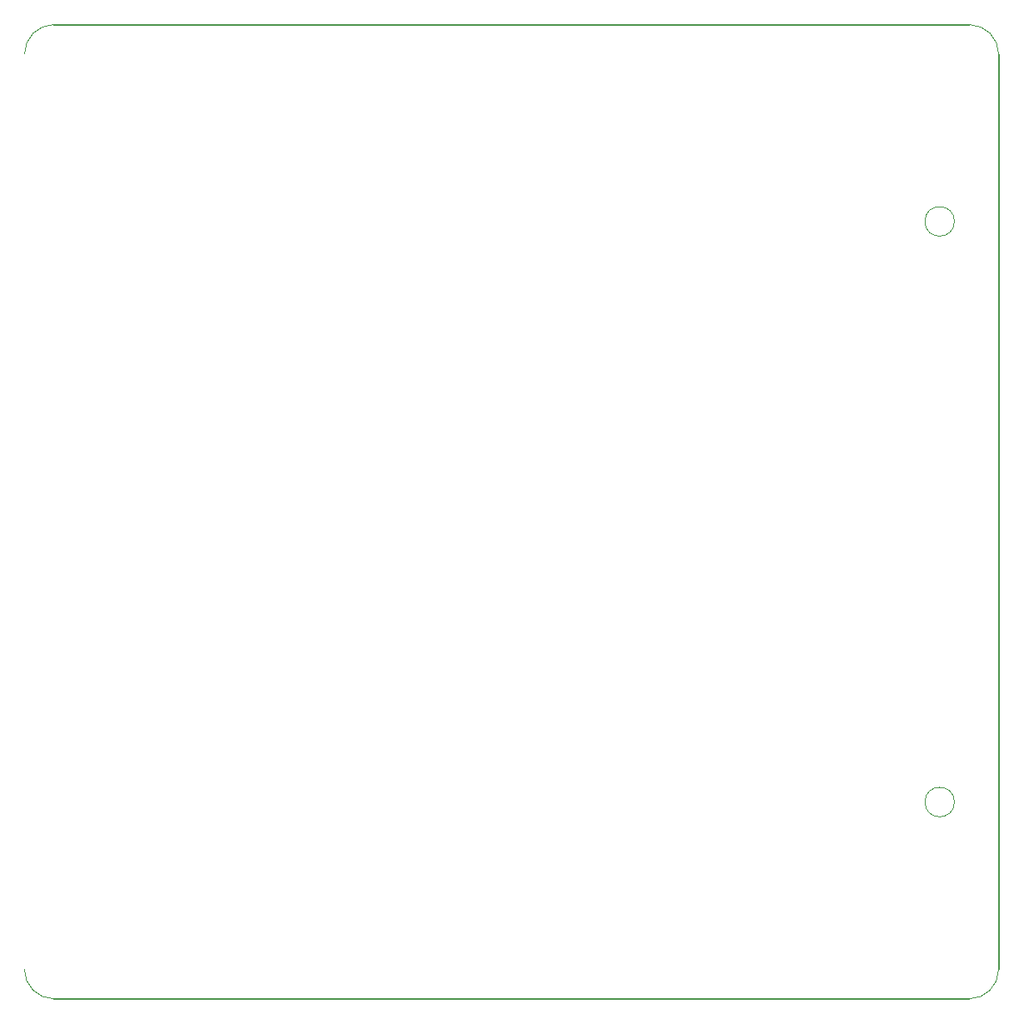
<source format=gm1>
G04*
G04 #@! TF.GenerationSoftware,Altium Limited,Altium Designer,19.1.7 (138)*
G04*
G04 Layer_Color=16711935*
%FSLAX25Y25*%
%MOIN*%
G70*
G01*
G75*
%ADD14C,0.00600*%
%ADD34C,0.00050*%
D14*
X389814Y11761D02*
Y377903D01*
X11861Y389714D02*
X378003D01*
X11861Y-50D02*
X378003D01*
D34*
Y-50D02*
G03*
X389814Y11761I0J11811D01*
G01*
X50D02*
G03*
X11861Y-50I11811J0D01*
G01*
X389814Y377903D02*
G03*
X378003Y389714I-11811J0D01*
G01*
X11861D02*
G03*
X50Y377903I0J-11811D01*
G01*
X372097Y310974D02*
G03*
X372097Y310974I-5906J0D01*
G01*
Y78690D02*
G03*
X372097Y78690I-5906J0D01*
G01*
M02*

</source>
